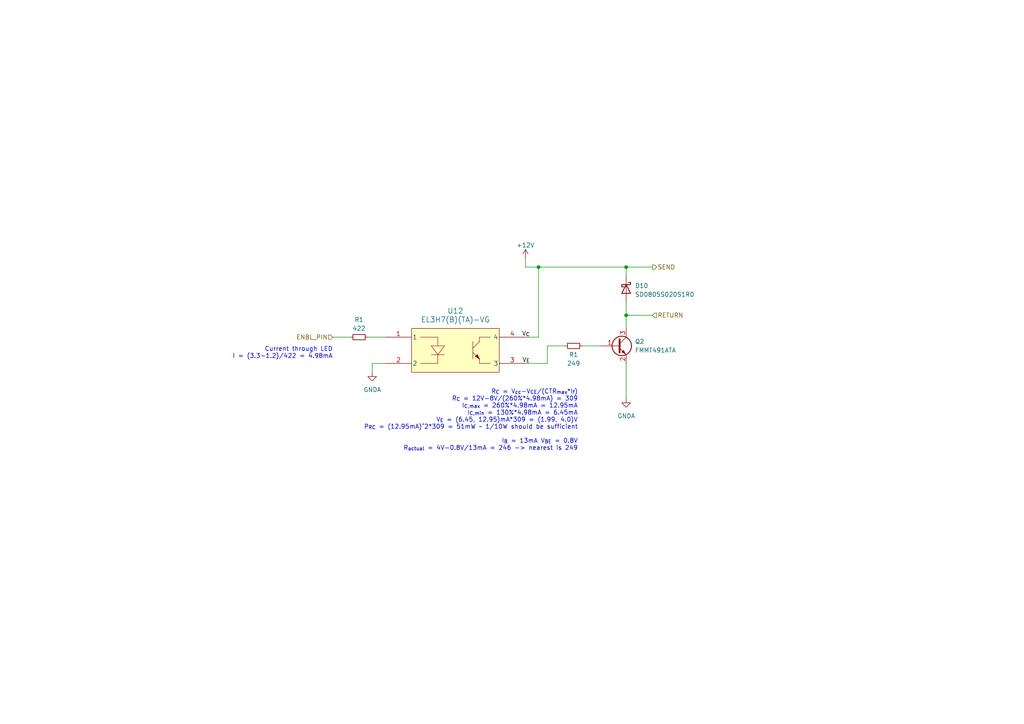
<source format=kicad_sch>
(kicad_sch (version 20230121) (generator eeschema)

  (uuid 7c0974a2-dc73-4306-ba83-d7e68deacc04)

  (paper "A4")

  (lib_symbols
    (symbol "Device:D_Schottky" (pin_numbers hide) (pin_names (offset 1.016) hide) (in_bom yes) (on_board yes)
      (property "Reference" "D" (at 0 2.54 0)
        (effects (font (size 1.27 1.27)))
      )
      (property "Value" "D_Schottky" (at 0 -2.54 0)
        (effects (font (size 1.27 1.27)))
      )
      (property "Footprint" "" (at 0 0 0)
        (effects (font (size 1.27 1.27)) hide)
      )
      (property "Datasheet" "~" (at 0 0 0)
        (effects (font (size 1.27 1.27)) hide)
      )
      (property "ki_keywords" "diode Schottky" (at 0 0 0)
        (effects (font (size 1.27 1.27)) hide)
      )
      (property "ki_description" "Schottky diode" (at 0 0 0)
        (effects (font (size 1.27 1.27)) hide)
      )
      (property "ki_fp_filters" "TO-???* *_Diode_* *SingleDiode* D_*" (at 0 0 0)
        (effects (font (size 1.27 1.27)) hide)
      )
      (symbol "D_Schottky_0_1"
        (polyline
          (pts
            (xy 1.27 0)
            (xy -1.27 0)
          )
          (stroke (width 0) (type default))
          (fill (type none))
        )
        (polyline
          (pts
            (xy 1.27 1.27)
            (xy 1.27 -1.27)
            (xy -1.27 0)
            (xy 1.27 1.27)
          )
          (stroke (width 0.254) (type default))
          (fill (type none))
        )
        (polyline
          (pts
            (xy -1.905 0.635)
            (xy -1.905 1.27)
            (xy -1.27 1.27)
            (xy -1.27 -1.27)
            (xy -0.635 -1.27)
            (xy -0.635 -0.635)
          )
          (stroke (width 0.254) (type default))
          (fill (type none))
        )
      )
      (symbol "D_Schottky_1_1"
        (pin passive line (at -3.81 0 0) (length 2.54)
          (name "K" (effects (font (size 1.27 1.27))))
          (number "1" (effects (font (size 1.27 1.27))))
        )
        (pin passive line (at 3.81 0 180) (length 2.54)
          (name "A" (effects (font (size 1.27 1.27))))
          (number "2" (effects (font (size 1.27 1.27))))
        )
      )
    )
    (symbol "Device:Q_NPN_BEC" (pin_names (offset 0) hide) (in_bom yes) (on_board yes)
      (property "Reference" "Q" (at 5.08 1.27 0)
        (effects (font (size 1.27 1.27)) (justify left))
      )
      (property "Value" "Q_NPN_BEC" (at 5.08 -1.27 0)
        (effects (font (size 1.27 1.27)) (justify left))
      )
      (property "Footprint" "" (at 5.08 2.54 0)
        (effects (font (size 1.27 1.27)) hide)
      )
      (property "Datasheet" "~" (at 0 0 0)
        (effects (font (size 1.27 1.27)) hide)
      )
      (property "ki_keywords" "transistor NPN" (at 0 0 0)
        (effects (font (size 1.27 1.27)) hide)
      )
      (property "ki_description" "NPN transistor, base/emitter/collector" (at 0 0 0)
        (effects (font (size 1.27 1.27)) hide)
      )
      (symbol "Q_NPN_BEC_0_1"
        (polyline
          (pts
            (xy 0.635 0.635)
            (xy 2.54 2.54)
          )
          (stroke (width 0) (type default))
          (fill (type none))
        )
        (polyline
          (pts
            (xy 0.635 -0.635)
            (xy 2.54 -2.54)
            (xy 2.54 -2.54)
          )
          (stroke (width 0) (type default))
          (fill (type none))
        )
        (polyline
          (pts
            (xy 0.635 1.905)
            (xy 0.635 -1.905)
            (xy 0.635 -1.905)
          )
          (stroke (width 0.508) (type default))
          (fill (type none))
        )
        (polyline
          (pts
            (xy 1.27 -1.778)
            (xy 1.778 -1.27)
            (xy 2.286 -2.286)
            (xy 1.27 -1.778)
            (xy 1.27 -1.778)
          )
          (stroke (width 0) (type default))
          (fill (type outline))
        )
        (circle (center 1.27 0) (radius 2.8194)
          (stroke (width 0.254) (type default))
          (fill (type none))
        )
      )
      (symbol "Q_NPN_BEC_1_1"
        (pin input line (at -5.08 0 0) (length 5.715)
          (name "B" (effects (font (size 1.27 1.27))))
          (number "1" (effects (font (size 1.27 1.27))))
        )
        (pin passive line (at 2.54 -5.08 90) (length 2.54)
          (name "E" (effects (font (size 1.27 1.27))))
          (number "2" (effects (font (size 1.27 1.27))))
        )
        (pin passive line (at 2.54 5.08 270) (length 2.54)
          (name "C" (effects (font (size 1.27 1.27))))
          (number "3" (effects (font (size 1.27 1.27))))
        )
      )
    )
    (symbol "Device:R_Small" (pin_numbers hide) (pin_names (offset 0.254) hide) (in_bom yes) (on_board yes)
      (property "Reference" "R" (at 0.762 0.508 0)
        (effects (font (size 1.27 1.27)) (justify left))
      )
      (property "Value" "R_Small" (at 0.762 -1.016 0)
        (effects (font (size 1.27 1.27)) (justify left))
      )
      (property "Footprint" "" (at 0 0 0)
        (effects (font (size 1.27 1.27)) hide)
      )
      (property "Datasheet" "~" (at 0 0 0)
        (effects (font (size 1.27 1.27)) hide)
      )
      (property "ki_keywords" "R resistor" (at 0 0 0)
        (effects (font (size 1.27 1.27)) hide)
      )
      (property "ki_description" "Resistor, small symbol" (at 0 0 0)
        (effects (font (size 1.27 1.27)) hide)
      )
      (property "ki_fp_filters" "R_*" (at 0 0 0)
        (effects (font (size 1.27 1.27)) hide)
      )
      (symbol "R_Small_0_1"
        (rectangle (start -0.762 1.778) (end 0.762 -1.778)
          (stroke (width 0.2032) (type default))
          (fill (type none))
        )
      )
      (symbol "R_Small_1_1"
        (pin passive line (at 0 2.54 270) (length 0.762)
          (name "~" (effects (font (size 1.27 1.27))))
          (number "1" (effects (font (size 1.27 1.27))))
        )
        (pin passive line (at 0 -2.54 90) (length 0.762)
          (name "~" (effects (font (size 1.27 1.27))))
          (number "2" (effects (font (size 1.27 1.27))))
        )
      )
    )
    (symbol "RB_PARTS:EL3H7(B)(TA)-VG" (pin_names (offset 0.254)) (in_bom yes) (on_board yes)
      (property "Reference" "U" (at 20.32 10.16 0)
        (effects (font (size 1.524 1.524)))
      )
      (property "Value" "EL3H7(B)(TA)-VG\n" (at 20.32 7.62 0)
        (effects (font (size 1.524 1.524)))
      )
      (property "Footprint" "RB_FTP:SOIC_BTA-VG_EVS" (at 0 0 0)
        (effects (font (size 1.27 1.27) italic) hide)
      )
      (property "Datasheet" "https://everlightamericas.com/index.php?controller=attachment&id_attachment=2584" (at 0 0 0)
        (effects (font (size 1.27 1.27) italic) hide)
      )
      (property "ki_keywords" "EL3H7(B)(TA)-VG" (at 0 0 0)
        (effects (font (size 1.27 1.27)) hide)
      )
      (property "ki_fp_filters" "SOIC_BTA-VG_EVS SOIC_BTA-VG_EVS-M SOIC_BTA-VG_EVS-L" (at 0 0 0)
        (effects (font (size 1.27 1.27)) hide)
      )
      (symbol "EL3H7(B)(TA)-VG_0_1"
        (polyline
          (pts
            (xy 10.16 -5.08)
            (xy 15.24 -5.08)
          )
          (stroke (width 0.127) (type default))
          (fill (type none))
        )
        (polyline
          (pts
            (xy 10.16 2.54)
            (xy 15.24 2.54)
          )
          (stroke (width 0.127) (type default))
          (fill (type none))
        )
        (polyline
          (pts
            (xy 13.335 -2.54)
            (xy 17.145 -2.54)
          )
          (stroke (width 0.127) (type default))
          (fill (type none))
        )
        (polyline
          (pts
            (xy 13.335 0)
            (xy 17.145 0)
          )
          (stroke (width 0.127) (type default))
          (fill (type none))
        )
        (polyline
          (pts
            (xy 15.24 -5.08)
            (xy 15.24 -2.54)
          )
          (stroke (width 0.127) (type default))
          (fill (type none))
        )
        (polyline
          (pts
            (xy 15.24 -2.54)
            (xy 13.335 0)
          )
          (stroke (width 0.127) (type default))
          (fill (type none))
        )
        (polyline
          (pts
            (xy 15.24 -2.54)
            (xy 17.145 0)
          )
          (stroke (width 0.127) (type default))
          (fill (type none))
        )
        (polyline
          (pts
            (xy 15.24 2.54)
            (xy 15.24 0)
          )
          (stroke (width 0.127) (type default))
          (fill (type none))
        )
        (polyline
          (pts
            (xy 25.4 -3.175)
            (xy 25.4 -3.81)
          )
          (stroke (width 0.127) (type default))
          (fill (type none))
        )
        (polyline
          (pts
            (xy 25.4 -1.905)
            (xy 27.305 -3.81)
          )
          (stroke (width 0.127) (type default))
          (fill (type none))
        )
        (polyline
          (pts
            (xy 25.4 -0.635)
            (xy 25.4 -3.175)
          )
          (stroke (width 0.127) (type default))
          (fill (type none))
        )
        (polyline
          (pts
            (xy 25.4 -0.635)
            (xy 25.4 1.27)
          )
          (stroke (width 0.127) (type default))
          (fill (type none))
        )
        (polyline
          (pts
            (xy 26.162 -3.048)
            (xy 27.305 -3.81)
          )
          (stroke (width 0.127) (type default))
          (fill (type none))
        )
        (polyline
          (pts
            (xy 26.67 -2.54)
            (xy 26.162 -3.048)
          )
          (stroke (width 0.127) (type default))
          (fill (type none))
        )
        (polyline
          (pts
            (xy 27.305 -5.08)
            (xy 27.305 -3.81)
          )
          (stroke (width 0.127) (type default))
          (fill (type none))
        )
        (polyline
          (pts
            (xy 27.305 -3.81)
            (xy 26.67 -2.54)
          )
          (stroke (width 0.127) (type default))
          (fill (type none))
        )
        (polyline
          (pts
            (xy 27.305 1.27)
            (xy 25.4 -0.635)
          )
          (stroke (width 0.127) (type default))
          (fill (type none))
        )
        (polyline
          (pts
            (xy 27.305 2.54)
            (xy 27.305 1.27)
          )
          (stroke (width 0.127) (type default))
          (fill (type none))
        )
        (polyline
          (pts
            (xy 30.48 -5.08)
            (xy 27.305 -5.08)
          )
          (stroke (width 0.127) (type default))
          (fill (type none))
        )
        (polyline
          (pts
            (xy 30.48 2.54)
            (xy 27.305 2.54)
          )
          (stroke (width 0.127) (type default))
          (fill (type none))
        )
        (polyline
          (pts
            (xy 26.162 -3.048)
            (xy 26.67 -2.54)
            (xy 27.305 -3.81)
          )
          (stroke (width 0) (type default))
          (fill (type outline))
        )
        (pin unspecified line (at 0 2.54 0) (length 7.62)
          (name "1" (effects (font (size 1.27 1.27))))
          (number "1" (effects (font (size 1.27 1.27))))
        )
        (pin unspecified line (at 0 -5.08 0) (length 7.62)
          (name "2" (effects (font (size 1.27 1.27))))
          (number "2" (effects (font (size 1.27 1.27))))
        )
        (pin unspecified line (at 40.64 -5.08 180) (length 7.62)
          (name "3" (effects (font (size 1.27 1.27))))
          (number "3" (effects (font (size 1.27 1.27))))
        )
        (pin unspecified line (at 40.64 2.54 180) (length 7.62)
          (name "4" (effects (font (size 1.27 1.27))))
          (number "4" (effects (font (size 1.27 1.27))))
        )
      )
      (symbol "EL3H7(B)(TA)-VG_1_1"
        (rectangle (start 7.62 5.08) (end 33.02 -7.62)
          (stroke (width 0) (type default))
          (fill (type background))
        )
      )
    )
    (symbol "power:+12V" (power) (pin_names (offset 0)) (in_bom yes) (on_board yes)
      (property "Reference" "#PWR" (at 0 -3.81 0)
        (effects (font (size 1.27 1.27)) hide)
      )
      (property "Value" "+12V" (at 0 3.556 0)
        (effects (font (size 1.27 1.27)))
      )
      (property "Footprint" "" (at 0 0 0)
        (effects (font (size 1.27 1.27)) hide)
      )
      (property "Datasheet" "" (at 0 0 0)
        (effects (font (size 1.27 1.27)) hide)
      )
      (property "ki_keywords" "global power" (at 0 0 0)
        (effects (font (size 1.27 1.27)) hide)
      )
      (property "ki_description" "Power symbol creates a global label with name \"+12V\"" (at 0 0 0)
        (effects (font (size 1.27 1.27)) hide)
      )
      (symbol "+12V_0_1"
        (polyline
          (pts
            (xy -0.762 1.27)
            (xy 0 2.54)
          )
          (stroke (width 0) (type default))
          (fill (type none))
        )
        (polyline
          (pts
            (xy 0 0)
            (xy 0 2.54)
          )
          (stroke (width 0) (type default))
          (fill (type none))
        )
        (polyline
          (pts
            (xy 0 2.54)
            (xy 0.762 1.27)
          )
          (stroke (width 0) (type default))
          (fill (type none))
        )
      )
      (symbol "+12V_1_1"
        (pin power_in line (at 0 0 90) (length 0) hide
          (name "+12V" (effects (font (size 1.27 1.27))))
          (number "1" (effects (font (size 1.27 1.27))))
        )
      )
    )
    (symbol "power:GNDA" (power) (pin_names (offset 0)) (in_bom yes) (on_board yes)
      (property "Reference" "#PWR" (at 0 -6.35 0)
        (effects (font (size 1.27 1.27)) hide)
      )
      (property "Value" "GNDA" (at 0 -3.81 0)
        (effects (font (size 1.27 1.27)))
      )
      (property "Footprint" "" (at 0 0 0)
        (effects (font (size 1.27 1.27)) hide)
      )
      (property "Datasheet" "" (at 0 0 0)
        (effects (font (size 1.27 1.27)) hide)
      )
      (property "ki_keywords" "global power" (at 0 0 0)
        (effects (font (size 1.27 1.27)) hide)
      )
      (property "ki_description" "Power symbol creates a global label with name \"GNDA\" , analog ground" (at 0 0 0)
        (effects (font (size 1.27 1.27)) hide)
      )
      (symbol "GNDA_0_1"
        (polyline
          (pts
            (xy 0 0)
            (xy 0 -1.27)
            (xy 1.27 -1.27)
            (xy 0 -2.54)
            (xy -1.27 -1.27)
            (xy 0 -1.27)
          )
          (stroke (width 0) (type default))
          (fill (type none))
        )
      )
      (symbol "GNDA_1_1"
        (pin power_in line (at 0 0 270) (length 0) hide
          (name "GNDA" (effects (font (size 1.27 1.27))))
          (number "1" (effects (font (size 1.27 1.27))))
        )
      )
    )
  )

  (junction (at 181.61 91.44) (diameter 0) (color 0 0 0 0)
    (uuid 0249e731-3a4f-4ed4-9058-1987a1b91bef)
  )
  (junction (at 181.61 77.47) (diameter 0) (color 0 0 0 0)
    (uuid 8b13fdf2-7a12-4ad9-bf77-32cf3ef32fdf)
  )
  (junction (at 156.21 77.47) (diameter 0) (color 0 0 0 0)
    (uuid d0f816ef-72bc-4b88-87e4-5fa20e87cd55)
  )

  (wire (pts (xy 107.95 105.41) (xy 107.95 107.95))
    (stroke (width 0) (type default))
    (uuid 050275e2-d2f5-4c7c-b6c3-15d4f86cba50)
  )
  (wire (pts (xy 156.21 77.47) (xy 156.21 97.79))
    (stroke (width 0) (type default))
    (uuid 06aa4381-4cc2-4a8b-9c46-ebd40594b4c2)
  )
  (wire (pts (xy 163.83 100.33) (xy 158.75 100.33))
    (stroke (width 0) (type default))
    (uuid 1760ffa3-a3bf-4ec8-8372-b0088d4afa52)
  )
  (wire (pts (xy 156.21 97.79) (xy 152.4 97.79))
    (stroke (width 0) (type default))
    (uuid 4da147c0-084c-4430-8bfc-ab684267bb0b)
  )
  (wire (pts (xy 181.61 77.47) (xy 189.23 77.47))
    (stroke (width 0) (type default))
    (uuid 4f1e0969-d29a-4f65-890a-2f82d6b51510)
  )
  (wire (pts (xy 101.6 97.79) (xy 96.52 97.79))
    (stroke (width 0) (type default))
    (uuid 5060cc9a-a501-4ab1-a5aa-b790b1729335)
  )
  (wire (pts (xy 152.4 77.47) (xy 156.21 77.47))
    (stroke (width 0) (type default))
    (uuid 57da5e6b-cf9b-496f-bfb8-a4f633d5961d)
  )
  (wire (pts (xy 152.4 74.93) (xy 152.4 77.47))
    (stroke (width 0) (type default))
    (uuid 64346f36-cbdc-4b4e-aacc-c03480ffd537)
  )
  (wire (pts (xy 111.76 105.41) (xy 107.95 105.41))
    (stroke (width 0) (type default))
    (uuid 6d939098-1331-4b90-9a90-a7361b2c7e0f)
  )
  (wire (pts (xy 181.61 77.47) (xy 181.61 80.01))
    (stroke (width 0) (type default))
    (uuid 73a57444-e420-40e7-bd3d-e68ebcb554ce)
  )
  (wire (pts (xy 181.61 91.44) (xy 181.61 95.25))
    (stroke (width 0) (type default))
    (uuid 7d2a8620-fcd8-4605-b7d8-9c6c1710d473)
  )
  (wire (pts (xy 181.61 105.41) (xy 181.61 115.57))
    (stroke (width 0) (type default))
    (uuid 7e3d0e84-c582-4d32-b259-5bba411aa816)
  )
  (wire (pts (xy 111.76 97.79) (xy 106.68 97.79))
    (stroke (width 0) (type default))
    (uuid 9999b9a0-9391-438a-b529-acec2fe5f761)
  )
  (wire (pts (xy 173.99 100.33) (xy 168.91 100.33))
    (stroke (width 0) (type default))
    (uuid b1434262-ae23-4910-96b5-b32558558ce3)
  )
  (wire (pts (xy 158.75 105.41) (xy 152.4 105.41))
    (stroke (width 0) (type default))
    (uuid cdfc5541-38e0-49bd-a38e-d2252f742a7d)
  )
  (wire (pts (xy 181.61 87.63) (xy 181.61 91.44))
    (stroke (width 0) (type default))
    (uuid d0031936-573a-42d6-b39f-a7c52a01a583)
  )
  (wire (pts (xy 158.75 105.41) (xy 158.75 100.33))
    (stroke (width 0) (type default))
    (uuid d7aa852b-4e2d-4046-b73d-76a924809b17)
  )
  (wire (pts (xy 156.21 77.47) (xy 181.61 77.47))
    (stroke (width 0) (type default))
    (uuid f748ea9b-23c4-40f2-ae92-f86f201a413c)
  )
  (wire (pts (xy 181.61 91.44) (xy 189.23 91.44))
    (stroke (width 0) (type default))
    (uuid f9cdc0fa-324d-4bba-9ea9-dc83a6b6f702)
  )

  (text "R_{C} = V_{cc}-V_{CE}/(CTR_{max}*I_{f})\nR_{C} = 12V-8V/(260%*4.98mA) = 309\nI_{C,max} = 260%*4.98mA = 12.95mA\nI_{C,min} = 130%*4.98mA = 6.45mA\nV_{E} = (6.45, 12.95)mA*309 = (1.99, 4.0)V\nP_{R_{C}} = (12.95mA)^2*309 = 51mW ~ 1/10W should be sufficient\n\nI_{B} = 13mA V_{BE} = 0.8V\nR_{actual} = 4V-0.8V/13mA = 246 -> nearest is 249"
    (at 167.64 130.81 0)
    (effects (font (size 1.27 1.27)) (justify right bottom))
    (uuid 1a19d989-2673-4ba9-801f-4977e41bec39)
  )
  (text "Current through LED\nI = (3.3-1.2)/422 = 4.98mA" (at 96.52 104.14 0)
    (effects (font (size 1.27 1.27)) (justify right bottom))
    (uuid 98cfb122-0ecd-478d-868c-1739bb2b0b29)
  )

  (label "V_{C}" (at 153.67 97.79 180) (fields_autoplaced)
    (effects (font (size 1.27 1.27)) (justify right bottom))
    (uuid 801ae7d2-c9fb-4776-9bf4-20512321db5f)
  )
  (label "V_{E}" (at 153.67 105.41 180) (fields_autoplaced)
    (effects (font (size 1.27 1.27)) (justify right bottom))
    (uuid 81c8171f-132d-4462-817b-8ddafb852bb5)
  )

  (hierarchical_label "ENBL_PIN" (shape input) (at 96.52 97.79 180) (fields_autoplaced)
    (effects (font (size 1.27 1.27)) (justify right))
    (uuid 58c1788d-8862-4b20-becc-b5f49c77d6dd)
  )
  (hierarchical_label "RETURN" (shape input) (at 189.23 91.44 0) (fields_autoplaced)
    (effects (font (size 1.27 1.27)) (justify left))
    (uuid 6d9e31eb-319b-459e-b34e-31d8157b2546)
  )
  (hierarchical_label "SEND" (shape output) (at 189.23 77.47 0) (fields_autoplaced)
    (effects (font (size 1.27 1.27)) (justify left))
    (uuid d41fa342-6d74-4585-af44-673c48708021)
  )

  (symbol (lib_id "RB_PARTS:EL3H7(B)(TA)-VG") (at 111.76 100.33 0) (unit 1)
    (in_bom yes) (on_board yes) (dnp no)
    (uuid 3199f2ff-ad75-484e-81f6-e03702c24b40)
    (property "Reference" "U12" (at 132.08 90.17 0)
      (effects (font (size 1.524 1.524)))
    )
    (property "Value" "EL3H7(B)(TA)-VG\n" (at 132.08 92.71 0)
      (effects (font (size 1.524 1.524)))
    )
    (property "Footprint" "RB_FTP:SOIC_BTA-VG_EVS" (at 111.76 100.33 0)
      (effects (font (size 1.27 1.27) italic) hide)
    )
    (property "Datasheet" "https://everlightamericas.com/index.php?controller=attachment&id_attachment=2584" (at 111.76 100.33 0)
      (effects (font (size 1.27 1.27) italic) hide)
    )
    (property "Part#" "C2891578" (at 111.76 100.33 0)
      (effects (font (size 1.27 1.27)) hide)
    )
    (pin "1" (uuid 188d8ced-f0a4-45e1-96e1-c03fe6433e84))
    (pin "2" (uuid 52a2d22d-6cb8-498e-b573-f1c0ffe7f9a0))
    (pin "3" (uuid 235425a9-a493-427f-94d4-25f7faf8a806))
    (pin "4" (uuid bb70467a-d411-4e76-8adf-1cb3e6ffea92))
    (instances
      (project "Relay_Board_Lucy_V1"
        (path "/1f586fab-d165-4cda-895e-cc224a8182b4/ed81dffe-8ef6-4a6b-bb11-de534fb08671"
          (reference "U12") (unit 1)
        )
        (path "/1f586fab-d165-4cda-895e-cc224a8182b4/4b1c0f83-d3c7-42cf-a2fc-f90e1b4570a4"
          (reference "U13") (unit 1)
        )
        (path "/1f586fab-d165-4cda-895e-cc224a8182b4/e3e3a679-5f79-4d77-8bec-4f63930827cc"
          (reference "U8") (unit 1)
        )
        (path "/1f586fab-d165-4cda-895e-cc224a8182b4/2c5921d2-6c17-4365-bb30-821f28165af3"
          (reference "U11") (unit 1)
        )
      )
      (project "Fuel_Cell_Controller_Prototype"
        (path "/f651cec9-411c-4a4e-a163-5c49adbe6a12/593c7e68-7c5e-4ef7-bd05-a128c02972b0"
          (reference "U8") (unit 1)
        )
        (path "/f651cec9-411c-4a4e-a163-5c49adbe6a12/593c7e68-7c5e-4ef7-bd05-a128c02972b0/4a3d4d32-1493-4777-95d6-a7fe5420f8b8"
          (reference "U13") (unit 1)
        )
        (path "/f651cec9-411c-4a4e-a163-5c49adbe6a12/593c7e68-7c5e-4ef7-bd05-a128c02972b0/03791c1e-c16d-4373-91a4-c197c12e5f34"
          (reference "U6") (unit 1)
        )
      )
    )
  )

  (symbol (lib_id "Device:D_Schottky") (at 181.61 83.82 270) (unit 1)
    (in_bom yes) (on_board yes) (dnp no) (fields_autoplaced)
    (uuid 4ece893b-b3c0-484e-9269-4c8e8e628e4a)
    (property "Reference" "D10" (at 184.15 82.8675 90)
      (effects (font (size 1.27 1.27)) (justify left))
    )
    (property "Value" "SD0805S020S1R0" (at 184.15 85.4075 90)
      (effects (font (size 1.27 1.27)) (justify left))
    )
    (property "Footprint" "Diode_SMD:D_0805_2012Metric_Pad1.15x1.40mm_HandSolder" (at 181.61 83.82 0)
      (effects (font (size 1.27 1.27)) hide)
    )
    (property "Datasheet" "https://datasheets.kyocera-avx.com/schottky.pdf" (at 181.61 83.82 0)
      (effects (font (size 1.27 1.27)) hide)
    )
    (property "Part#" "478-7800-1-ND" (at 181.61 83.82 0)
      (effects (font (size 1.27 1.27)) hide)
    )
    (pin "1" (uuid 706f063e-bdd2-48b7-89e3-8b32c999f318))
    (pin "2" (uuid 2443d6dc-d6f7-4124-862c-188958d76359))
    (instances
      (project "Fuel_Cell_Controller_Prototype"
        (path "/f651cec9-411c-4a4e-a163-5c49adbe6a12/593c7e68-7c5e-4ef7-bd05-a128c02972b0"
          (reference "D10") (unit 1)
        )
        (path "/f651cec9-411c-4a4e-a163-5c49adbe6a12/593c7e68-7c5e-4ef7-bd05-a128c02972b0/4a3d4d32-1493-4777-95d6-a7fe5420f8b8"
          (reference "D11") (unit 1)
        )
        (path "/f651cec9-411c-4a4e-a163-5c49adbe6a12/593c7e68-7c5e-4ef7-bd05-a128c02972b0/03791c1e-c16d-4373-91a4-c197c12e5f34"
          (reference "D7") (unit 1)
        )
      )
    )
  )

  (symbol (lib_id "power:+12V") (at 152.4 74.93 0) (unit 1)
    (in_bom yes) (on_board yes) (dnp no) (fields_autoplaced)
    (uuid 5661ff58-31c0-4f91-acc4-60f8f4fb8250)
    (property "Reference" "#PWR017" (at 152.4 78.74 0)
      (effects (font (size 1.27 1.27)) hide)
    )
    (property "Value" "+12V" (at 152.4 71.12 0)
      (effects (font (size 1.27 1.27)))
    )
    (property "Footprint" "" (at 152.4 74.93 0)
      (effects (font (size 1.27 1.27)) hide)
    )
    (property "Datasheet" "" (at 152.4 74.93 0)
      (effects (font (size 1.27 1.27)) hide)
    )
    (pin "1" (uuid 60afb7c0-0f00-4fc3-a903-385898600c11))
    (instances
      (project "Fuel_Cell_Controller_Prototype"
        (path "/f651cec9-411c-4a4e-a163-5c49adbe6a12/593c7e68-7c5e-4ef7-bd05-a128c02972b0/03791c1e-c16d-4373-91a4-c197c12e5f34"
          (reference "#PWR017") (unit 1)
        )
        (path "/f651cec9-411c-4a4e-a163-5c49adbe6a12/593c7e68-7c5e-4ef7-bd05-a128c02972b0/4a3d4d32-1493-4777-95d6-a7fe5420f8b8"
          (reference "#PWR088") (unit 1)
        )
      )
    )
  )

  (symbol (lib_id "power:GNDA") (at 181.61 115.57 0) (mirror y) (unit 1)
    (in_bom yes) (on_board yes) (dnp no)
    (uuid 67e211ac-3ff9-4896-8648-ca0f869176df)
    (property "Reference" "#PWR023" (at 181.61 121.92 0)
      (effects (font (size 1.27 1.27)) hide)
    )
    (property "Value" "GNDA" (at 179.07 120.65 0)
      (effects (font (size 1.27 1.27)) (justify right))
    )
    (property "Footprint" "" (at 181.61 115.57 0)
      (effects (font (size 1.27 1.27)) hide)
    )
    (property "Datasheet" "" (at 181.61 115.57 0)
      (effects (font (size 1.27 1.27)) hide)
    )
    (pin "1" (uuid fc4c7fbc-1d45-46d2-8e94-9cbf12c7e944))
    (instances
      (project "Relay_Board_Lucy_V1"
        (path "/1f586fab-d165-4cda-895e-cc224a8182b4/d0430468-7d1b-42a2-a24e-658bd737b804"
          (reference "#PWR023") (unit 1)
        )
        (path "/1f586fab-d165-4cda-895e-cc224a8182b4"
          (reference "#PWR025") (unit 1)
        )
        (path "/1f586fab-d165-4cda-895e-cc224a8182b4/ed81dffe-8ef6-4a6b-bb11-de534fb08671"
          (reference "#PWR05") (unit 1)
        )
        (path "/1f586fab-d165-4cda-895e-cc224a8182b4/4b1c0f83-d3c7-42cf-a2fc-f90e1b4570a4"
          (reference "#PWR028") (unit 1)
        )
        (path "/1f586fab-d165-4cda-895e-cc224a8182b4/e3e3a679-5f79-4d77-8bec-4f63930827cc"
          (reference "#PWR065") (unit 1)
        )
        (path "/1f586fab-d165-4cda-895e-cc224a8182b4/2c5921d2-6c17-4365-bb30-821f28165af3"
          (reference "#PWR066") (unit 1)
        )
      )
      (project "Fuel_Cell_Controller_Prototype"
        (path "/f651cec9-411c-4a4e-a163-5c49adbe6a12/593c7e68-7c5e-4ef7-bd05-a128c02972b0"
          (reference "#PWR031") (unit 1)
        )
        (path "/f651cec9-411c-4a4e-a163-5c49adbe6a12/593c7e68-7c5e-4ef7-bd05-a128c02972b0/4a3d4d32-1493-4777-95d6-a7fe5420f8b8"
          (reference "#PWR060") (unit 1)
        )
        (path "/f651cec9-411c-4a4e-a163-5c49adbe6a12/593c7e68-7c5e-4ef7-bd05-a128c02972b0/03791c1e-c16d-4373-91a4-c197c12e5f34"
          (reference "#PWR029") (unit 1)
        )
      )
    )
  )

  (symbol (lib_id "Device:Q_NPN_BEC") (at 179.07 100.33 0) (unit 1)
    (in_bom yes) (on_board yes) (dnp no)
    (uuid 719bc1da-20be-4d25-b1e5-fb85b24c9bb5)
    (property "Reference" "Q2" (at 184.15 99.06 0)
      (effects (font (size 1.27 1.27)) (justify left))
    )
    (property "Value" "FMMT491ATA" (at 184.15 101.6 0)
      (effects (font (size 1.27 1.27)) (justify left))
    )
    (property "Footprint" "Package_TO_SOT_SMD:SOT-23-3" (at 184.15 97.79 0)
      (effects (font (size 1.27 1.27)) hide)
    )
    (property "Datasheet" "https://www.diodes.com/assets/Datasheets/FMMT491A.pdf" (at 179.07 100.33 0)
      (effects (font (size 1.27 1.27)) hide)
    )
    (property "Part#" "C110504" (at 179.07 100.33 0)
      (effects (font (size 1.27 1.27)) hide)
    )
    (pin "1" (uuid f614dbc1-8d1f-4694-9fd6-d964df4c13bc))
    (pin "2" (uuid 38a42a20-8c42-4810-a5e4-49ab4ac44cf7))
    (pin "3" (uuid ffc1c0bb-917e-4664-b1ff-515bf534a857))
    (instances
      (project "Relay_Board_Lucy_V1"
        (path "/1f586fab-d165-4cda-895e-cc224a8182b4/e3e3a679-5f79-4d77-8bec-4f63930827cc"
          (reference "Q2") (unit 1)
        )
        (path "/1f586fab-d165-4cda-895e-cc224a8182b4/2c5921d2-6c17-4365-bb30-821f28165af3"
          (reference "Q7") (unit 1)
        )
      )
      (project "Fuel_Cell_Controller_Prototype"
        (path "/f651cec9-411c-4a4e-a163-5c49adbe6a12/593c7e68-7c5e-4ef7-bd05-a128c02972b0"
          (reference "Q3") (unit 1)
        )
        (path "/f651cec9-411c-4a4e-a163-5c49adbe6a12/593c7e68-7c5e-4ef7-bd05-a128c02972b0/4a3d4d32-1493-4777-95d6-a7fe5420f8b8"
          (reference "Q4") (unit 1)
        )
        (path "/f651cec9-411c-4a4e-a163-5c49adbe6a12/593c7e68-7c5e-4ef7-bd05-a128c02972b0/03791c1e-c16d-4373-91a4-c197c12e5f34"
          (reference "Q3") (unit 1)
        )
      )
    )
  )

  (symbol (lib_id "Device:R_Small") (at 104.14 97.79 270) (unit 1)
    (in_bom yes) (on_board yes) (dnp no)
    (uuid ac3dc7cb-84f5-4279-aa3a-4dacc62493e8)
    (property "Reference" "R1" (at 104.14 92.71 90)
      (effects (font (size 1.27 1.27)))
    )
    (property "Value" "422" (at 104.14 95.25 90)
      (effects (font (size 1.27 1.27)))
    )
    (property "Footprint" "Resistor_SMD:R_0603_1608Metric" (at 104.14 97.79 0)
      (effects (font (size 1.27 1.27)) hide)
    )
    (property "Datasheet" "https://datasheet.lcsc.com/lcsc/2304140030_UNI-ROYAL-Uniroyal-Elec-CQ03WAF4220T5E_C2759727.pdf" (at 104.14 97.79 0)
      (effects (font (size 1.27 1.27)) hide)
    )
    (property "Part#" "C2759727" (at 104.14 97.79 0)
      (effects (font (size 1.27 1.27)) hide)
    )
    (pin "1" (uuid a9a122c7-fc21-46b6-82d7-7f22ff0b23b8))
    (pin "2" (uuid 61f8893e-ccbd-49b7-8ea4-0332e7c442bc))
    (instances
      (project "Relay_Board_Lucy_V1"
        (path "/1f586fab-d165-4cda-895e-cc224a8182b4/d0430468-7d1b-42a2-a24e-658bd737b804"
          (reference "R1") (unit 1)
        )
        (path "/1f586fab-d165-4cda-895e-cc224a8182b4"
          (reference "R2") (unit 1)
        )
        (path "/1f586fab-d165-4cda-895e-cc224a8182b4/e3e3a679-5f79-4d77-8bec-4f63930827cc"
          (reference "R35") (unit 1)
        )
        (path "/1f586fab-d165-4cda-895e-cc224a8182b4/2c5921d2-6c17-4365-bb30-821f28165af3"
          (reference "R36") (unit 1)
        )
      )
      (project "Fuel_Cell_Controller_Prototype"
        (path "/f651cec9-411c-4a4e-a163-5c49adbe6a12/593c7e68-7c5e-4ef7-bd05-a128c02972b0"
          (reference "R20") (unit 1)
        )
        (path "/f651cec9-411c-4a4e-a163-5c49adbe6a12/593c7e68-7c5e-4ef7-bd05-a128c02972b0/4a3d4d32-1493-4777-95d6-a7fe5420f8b8"
          (reference "R30") (unit 1)
        )
        (path "/f651cec9-411c-4a4e-a163-5c49adbe6a12/593c7e68-7c5e-4ef7-bd05-a128c02972b0/03791c1e-c16d-4373-91a4-c197c12e5f34"
          (reference "R18") (unit 1)
        )
      )
    )
  )

  (symbol (lib_id "power:GNDA") (at 107.95 107.95 0) (mirror y) (unit 1)
    (in_bom yes) (on_board yes) (dnp no)
    (uuid d5d40e8e-2c28-435e-9dcc-4660ffd1b566)
    (property "Reference" "#PWR023" (at 107.95 114.3 0)
      (effects (font (size 1.27 1.27)) hide)
    )
    (property "Value" "GNDA" (at 105.41 113.03 0)
      (effects (font (size 1.27 1.27)) (justify right))
    )
    (property "Footprint" "" (at 107.95 107.95 0)
      (effects (font (size 1.27 1.27)) hide)
    )
    (property "Datasheet" "" (at 107.95 107.95 0)
      (effects (font (size 1.27 1.27)) hide)
    )
    (pin "1" (uuid 5a52dc49-1aa8-4828-8821-23417fc7a27c))
    (instances
      (project "Relay_Board_Lucy_V1"
        (path "/1f586fab-d165-4cda-895e-cc224a8182b4/d0430468-7d1b-42a2-a24e-658bd737b804"
          (reference "#PWR023") (unit 1)
        )
        (path "/1f586fab-d165-4cda-895e-cc224a8182b4"
          (reference "#PWR025") (unit 1)
        )
        (path "/1f586fab-d165-4cda-895e-cc224a8182b4/ed81dffe-8ef6-4a6b-bb11-de534fb08671"
          (reference "#PWR05") (unit 1)
        )
        (path "/1f586fab-d165-4cda-895e-cc224a8182b4/4b1c0f83-d3c7-42cf-a2fc-f90e1b4570a4"
          (reference "#PWR028") (unit 1)
        )
        (path "/1f586fab-d165-4cda-895e-cc224a8182b4/e3e3a679-5f79-4d77-8bec-4f63930827cc"
          (reference "#PWR067") (unit 1)
        )
        (path "/1f586fab-d165-4cda-895e-cc224a8182b4/2c5921d2-6c17-4365-bb30-821f28165af3"
          (reference "#PWR068") (unit 1)
        )
      )
      (project "Fuel_Cell_Controller_Prototype"
        (path "/f651cec9-411c-4a4e-a163-5c49adbe6a12/593c7e68-7c5e-4ef7-bd05-a128c02972b0"
          (reference "#PWR029") (unit 1)
        )
        (path "/f651cec9-411c-4a4e-a163-5c49adbe6a12/593c7e68-7c5e-4ef7-bd05-a128c02972b0/4a3d4d32-1493-4777-95d6-a7fe5420f8b8"
          (reference "#PWR059") (unit 1)
        )
        (path "/f651cec9-411c-4a4e-a163-5c49adbe6a12/593c7e68-7c5e-4ef7-bd05-a128c02972b0/03791c1e-c16d-4373-91a4-c197c12e5f34"
          (reference "#PWR028") (unit 1)
        )
      )
    )
  )

  (symbol (lib_id "Device:R_Small") (at 166.37 100.33 90) (unit 1)
    (in_bom yes) (on_board yes) (dnp no)
    (uuid dd0b6d1f-0af5-47da-97e4-7768612b3430)
    (property "Reference" "R1" (at 166.37 102.87 90)
      (effects (font (size 1.27 1.27)))
    )
    (property "Value" "249" (at 166.37 105.41 90)
      (effects (font (size 1.27 1.27)))
    )
    (property "Footprint" "Resistor_SMD:R_0603_1608Metric" (at 166.37 100.33 0)
      (effects (font (size 1.27 1.27)) hide)
    )
    (property "Datasheet" "https://datasheet.lcsc.com/lcsc/2304140030_Viking-Tech-ARG03FTC2490_C217903.pdf" (at 166.37 100.33 0)
      (effects (font (size 1.27 1.27)) hide)
    )
    (property "Part#" "C217903" (at 166.37 100.33 0)
      (effects (font (size 1.27 1.27)) hide)
    )
    (pin "1" (uuid c369991c-2565-45ed-ae75-8528607d2bce))
    (pin "2" (uuid 910741a4-d4ea-4261-a1fe-8f3b5086046d))
    (instances
      (project "Relay_Board_Lucy_V1"
        (path "/1f586fab-d165-4cda-895e-cc224a8182b4/d0430468-7d1b-42a2-a24e-658bd737b804"
          (reference "R1") (unit 1)
        )
        (path "/1f586fab-d165-4cda-895e-cc224a8182b4"
          (reference "R2") (unit 1)
        )
        (path "/1f586fab-d165-4cda-895e-cc224a8182b4/e3e3a679-5f79-4d77-8bec-4f63930827cc"
          (reference "R27") (unit 1)
        )
        (path "/1f586fab-d165-4cda-895e-cc224a8182b4/2c5921d2-6c17-4365-bb30-821f28165af3"
          (reference "R29") (unit 1)
        )
      )
      (project "Fuel_Cell_Controller_Prototype"
        (path "/f651cec9-411c-4a4e-a163-5c49adbe6a12/593c7e68-7c5e-4ef7-bd05-a128c02972b0"
          (reference "R21") (unit 1)
        )
        (path "/f651cec9-411c-4a4e-a163-5c49adbe6a12/593c7e68-7c5e-4ef7-bd05-a128c02972b0/4a3d4d32-1493-4777-95d6-a7fe5420f8b8"
          (reference "R31") (unit 1)
        )
        (path "/f651cec9-411c-4a4e-a163-5c49adbe6a12/593c7e68-7c5e-4ef7-bd05-a128c02972b0/03791c1e-c16d-4373-91a4-c197c12e5f34"
          (reference "R19") (unit 1)
        )
      )
    )
  )
)

</source>
